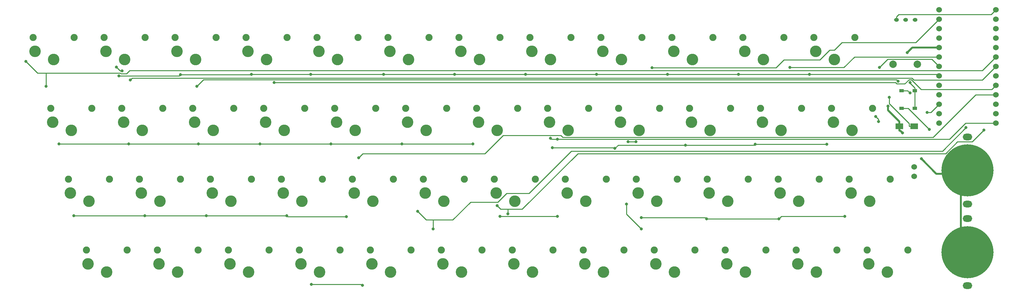
<source format=gbr>
%TF.GenerationSoftware,KiCad,Pcbnew,7.0.1*%
%TF.CreationDate,2023-04-02T20:01:42+09:00*%
%TF.ProjectId,first48,66697273-7434-4382-9e6b-696361645f70,rev?*%
%TF.SameCoordinates,Original*%
%TF.FileFunction,Copper,L1,Top*%
%TF.FilePolarity,Positive*%
%FSLAX46Y46*%
G04 Gerber Fmt 4.6, Leading zero omitted, Abs format (unit mm)*
G04 Created by KiCad (PCBNEW 7.0.1) date 2023-04-02 20:01:42*
%MOMM*%
%LPD*%
G01*
G04 APERTURE LIST*
%TA.AperFunction,WasherPad*%
%ADD10C,1.900000*%
%TD*%
%TA.AperFunction,WasherPad*%
%ADD11C,3.100000*%
%TD*%
%TA.AperFunction,ComponentPad*%
%ADD12C,1.524000*%
%TD*%
%TA.AperFunction,ComponentPad*%
%ADD13O,1.300000X1.000000*%
%TD*%
%TA.AperFunction,SMDPad,CuDef*%
%ADD14R,2.000000X1.600000*%
%TD*%
%TA.AperFunction,ComponentPad*%
%ADD15C,2.000000*%
%TD*%
%TA.AperFunction,ComponentPad*%
%ADD16O,2.550000X1.800000*%
%TD*%
%TA.AperFunction,SMDPad,CuDef*%
%ADD17C,14.000000*%
%TD*%
%TA.AperFunction,SMDPad,CuDef*%
%ADD18R,1.300000X0.950000*%
%TD*%
%TA.AperFunction,ViaPad*%
%ADD19C,0.800000*%
%TD*%
%TA.AperFunction,Conductor*%
%ADD20C,0.250000*%
%TD*%
%TA.AperFunction,Conductor*%
%ADD21C,0.500000*%
%TD*%
G04 APERTURE END LIST*
D10*
%TO.P,SW5,*%
%TO.N,*%
X96893750Y-59531200D03*
D11*
X97393750Y-63231200D03*
X102393750Y-65431200D03*
D10*
X107893750Y-59531200D03*
%TD*%
%TO.P,SW3,*%
%TO.N,*%
X58793750Y-59531200D03*
D11*
X59293750Y-63231200D03*
X64293750Y-65431200D03*
D10*
X69793750Y-59531200D03*
%TD*%
%TO.P,SW25,*%
%TO.N,*%
X30218750Y-97631200D03*
D11*
X30718750Y-101331200D03*
X35718750Y-103531200D03*
D10*
X41218750Y-97631200D03*
%TD*%
%TO.P,SW27,*%
%TO.N,*%
X68318750Y-97631200D03*
D11*
X68818750Y-101331200D03*
X73818750Y-103531200D03*
D10*
X79318750Y-97631200D03*
%TD*%
%TO.P,SW38,*%
%TO.N,*%
X65031250Y-116681200D03*
D11*
X59531250Y-122581200D03*
X54531250Y-120381200D03*
D10*
X54031250Y-116681200D03*
%TD*%
D12*
%TO.P,U1,1,D3/PIN1*%
%TO.N,Col8*%
X263898950Y-54578200D03*
%TO.P,U1,2,D2/PIN2*%
%TO.N,Col9*%
X263898950Y-57118200D03*
%TO.P,U1,3,GND*%
%TO.N,GND*%
X263898950Y-59658200D03*
%TO.P,U1,4,GND*%
X263898950Y-62198200D03*
%TO.P,U1,5,D1/PIN5/SDA*%
%TO.N,Col10*%
X263898950Y-64738200D03*
%TO.P,U1,6,D0/PIN6/SCL*%
%TO.N,Col11*%
X263898950Y-67278200D03*
%TO.P,U1,7,D4/PIN7*%
%TO.N,Row0*%
X263898950Y-69818200D03*
%TO.P,U1,8,C6/PIN8*%
%TO.N,Row1*%
X263898950Y-72358200D03*
%TO.P,U1,9,D7/PIN9*%
%TO.N,Row2*%
X263898950Y-74898200D03*
%TO.P,U1,10,E6/PIN10*%
%TO.N,Row3*%
X263898950Y-77438200D03*
%TO.P,U1,11,B4/PIN11*%
%TO.N,unconnected-(U1-B4{slash}PIN11-Pad11)*%
X263898950Y-79978200D03*
%TO.P,U1,12,B5/PIN12*%
%TO.N,unconnected-(U1-B5{slash}PIN12-Pad12)*%
X263898950Y-82518200D03*
%TO.P,U1,13,B6/PIN13*%
%TO.N,Col7*%
X279118950Y-82518200D03*
%TO.P,U1,14,B2/PIN14*%
%TO.N,Col6*%
X279118950Y-79978200D03*
%TO.P,U1,15,B3/PIN15*%
%TO.N,Col5*%
X279118950Y-77438200D03*
%TO.P,U1,16,B1/PIN16*%
%TO.N,Col4*%
X279118950Y-74898200D03*
%TO.P,U1,17,F7/PIN17*%
%TO.N,Col3*%
X279118950Y-72358200D03*
%TO.P,U1,18,F6/PIN18*%
%TO.N,Col2*%
X279118950Y-69818200D03*
%TO.P,U1,19,F5/PIN19*%
%TO.N,Col1*%
X279118950Y-67278200D03*
%TO.P,U1,20,F4/PIN20*%
%TO.N,Col0*%
X279118950Y-64738200D03*
%TO.P,U1,21,VCC*%
%TO.N,VCC*%
X279118950Y-62198200D03*
%TO.P,U1,22,RST*%
%TO.N,Reset*%
X279118950Y-59658200D03*
%TO.P,U1,23,GND*%
%TO.N,GND*%
X279118950Y-57118200D03*
%TO.P,U1,24,RAW*%
%TO.N,unconnected-(U1-RAW-Pad24)*%
X279118950Y-54578200D03*
%TO.P,U1,25,BAT+*%
%TO.N,Bat*%
X279118950Y-52038200D03*
%TO.P,U1,26,BAT-*%
%TO.N,GND*%
X263898950Y-52038200D03*
%TD*%
D10*
%TO.P,SW19,*%
%TO.N,*%
X150756250Y-78581200D03*
D11*
X145256250Y-84481200D03*
X140256250Y-82281200D03*
D10*
X139756250Y-78581200D03*
%TD*%
%TO.P,SW11,*%
%TO.N,*%
X211193750Y-59531200D03*
D11*
X211693750Y-63231200D03*
X216693750Y-65431200D03*
D10*
X222193750Y-59531200D03*
%TD*%
%TO.P,SW21,*%
%TO.N,*%
X188856250Y-78581200D03*
D11*
X183356250Y-84481200D03*
X178356250Y-82281200D03*
D10*
X177856250Y-78581200D03*
%TD*%
%TO.P,SW7,*%
%TO.N,*%
X134993750Y-59531200D03*
D11*
X135493750Y-63231200D03*
X140493750Y-65431200D03*
D10*
X145993750Y-59531200D03*
%TD*%
D12*
%TO.P,J2,1,Pin_1*%
%TO.N,Bat+*%
X257175050Y-96794000D03*
%TO.P,J2,2,Pin_2*%
%TO.N,Bat-*%
X257175050Y-94254000D03*
%TD*%
D10*
%TO.P,SW10,*%
%TO.N,*%
X192143750Y-59531200D03*
D11*
X192643750Y-63231200D03*
X197643750Y-65431200D03*
D10*
X203143750Y-59531200D03*
%TD*%
%TO.P,SW4,*%
%TO.N,*%
X77843750Y-59531200D03*
D11*
X78343750Y-63231200D03*
X83343750Y-65431200D03*
D10*
X88843750Y-59531200D03*
%TD*%
%TO.P,SW20,*%
%TO.N,*%
X169806250Y-78581200D03*
D11*
X164306250Y-84481200D03*
X159306250Y-82281200D03*
D10*
X158806250Y-78581200D03*
%TD*%
%TO.P,SW6,*%
%TO.N,*%
X115943750Y-59531200D03*
D11*
X116443750Y-63231200D03*
X121443750Y-65431200D03*
D10*
X126943750Y-59531200D03*
%TD*%
D13*
%TO.P,SW50,1,A*%
%TO.N,Bat*%
X252412550Y-54768700D03*
%TO.P,SW50,2,B*%
%TO.N,Net-(D49-K)*%
X254912550Y-54768700D03*
%TO.P,SW50,3,C*%
%TO.N,unconnected-(SW50-C-Pad3)*%
X257412550Y-54768700D03*
%TD*%
D10*
%TO.P,SW16,*%
%TO.N,*%
X93606250Y-78581200D03*
D11*
X88106250Y-84481200D03*
X83106250Y-82281200D03*
D10*
X82606250Y-78581200D03*
%TD*%
D14*
%TO.P,C1,1*%
%TO.N,Bat*%
X257175050Y-83343700D03*
%TO.P,C1,2*%
%TO.N,GND*%
X253175050Y-83343700D03*
%TD*%
D10*
%TO.P,SW14,*%
%TO.N,*%
X44506250Y-78581200D03*
D11*
X45006250Y-82281200D03*
X50006250Y-84481200D03*
D10*
X55506250Y-78581200D03*
%TD*%
%TO.P,SW17,*%
%TO.N,*%
X112656250Y-78581200D03*
D11*
X107156250Y-84481200D03*
X102156250Y-82281200D03*
D10*
X101656250Y-78581200D03*
%TD*%
%TO.P,SW9,*%
%TO.N,*%
X173093750Y-59531200D03*
D11*
X173593750Y-63231200D03*
X178593750Y-65431200D03*
D10*
X184093750Y-59531200D03*
%TD*%
D15*
%TO.P,SW49,1,1*%
%TO.N,Reset*%
X258043750Y-66675000D03*
%TO.P,SW49,2,2*%
%TO.N,GND*%
X251543750Y-66675000D03*
%TD*%
D10*
%TO.P,SW23,*%
%TO.N,*%
X226956250Y-78581200D03*
D11*
X221456250Y-84481200D03*
X216456250Y-82281200D03*
D10*
X215956250Y-78581200D03*
%TD*%
D16*
%TO.P,BT1,1,+*%
%TO.N,Net-(BT1-+)*%
X271462550Y-108206300D03*
X271462550Y-126206300D03*
D17*
%TO.P,BT1,2,-*%
%TO.N,GND*%
X271462550Y-117206300D03*
%TD*%
D10*
%TO.P,SW15,*%
%TO.N,*%
X63556250Y-78581200D03*
D11*
X64056250Y-82281200D03*
X69056250Y-84481200D03*
D10*
X74556250Y-78581200D03*
%TD*%
%TO.P,SW8,*%
%TO.N,*%
X154043750Y-59531200D03*
D11*
X154543750Y-63231200D03*
X159543750Y-65431200D03*
D10*
X165043750Y-59531200D03*
%TD*%
%TO.P,SW18,*%
%TO.N,*%
X131706250Y-78581200D03*
D11*
X126206250Y-84481200D03*
X121206250Y-82281200D03*
D10*
X120706250Y-78581200D03*
%TD*%
%TO.P,SW22,*%
%TO.N,*%
X207906250Y-78581200D03*
D11*
X202406250Y-84481200D03*
X197406250Y-82281200D03*
D10*
X196906250Y-78581200D03*
%TD*%
%TO.P,SW2,*%
%TO.N,*%
X39743750Y-59531200D03*
D11*
X40243750Y-63231200D03*
X45243750Y-65431200D03*
D10*
X50743750Y-59531200D03*
%TD*%
%TO.P,SW33,*%
%TO.N,*%
X182618750Y-97631200D03*
D11*
X183118750Y-101331200D03*
X188118750Y-103531200D03*
D10*
X193618750Y-97631200D03*
%TD*%
D18*
%TO.P,D50,1,K*%
%TO.N,Net-(D49-K)*%
X257331250Y-73818700D03*
%TO.P,D50,2,A*%
%TO.N,Net-(BT2-+)*%
X253781250Y-73818700D03*
%TD*%
D10*
%TO.P,SW31,*%
%TO.N,*%
X144518750Y-97631200D03*
D11*
X145018750Y-101331200D03*
X150018750Y-103531200D03*
D10*
X155518750Y-97631200D03*
%TD*%
%TO.P,SW37,*%
%TO.N,*%
X45981250Y-116681200D03*
D11*
X40481250Y-122581200D03*
X35481250Y-120381200D03*
D10*
X34981250Y-116681200D03*
%TD*%
%TO.P,SW42,*%
%TO.N,*%
X141231250Y-116681200D03*
D11*
X135731250Y-122581200D03*
X130731250Y-120381200D03*
D10*
X130231250Y-116681200D03*
%TD*%
D17*
%TO.P,BT2,2,-*%
%TO.N,GND*%
X271462550Y-95250000D03*
D16*
%TO.P,BT2,1,+*%
%TO.N,Net-(BT2-+)*%
X271462550Y-104250000D03*
X271462550Y-86250000D03*
%TD*%
D10*
%TO.P,SW40,*%
%TO.N,*%
X103131250Y-116681200D03*
D11*
X97631250Y-122581200D03*
X92631250Y-120381200D03*
D10*
X92131250Y-116681200D03*
%TD*%
%TO.P,SW29,*%
%TO.N,*%
X106418750Y-97631200D03*
D11*
X106918750Y-101331200D03*
X111918750Y-103531200D03*
D10*
X117418750Y-97631200D03*
%TD*%
%TO.P,SW48,*%
%TO.N,*%
X255531250Y-116681200D03*
D11*
X250031250Y-122581200D03*
X245031250Y-120381200D03*
D10*
X244531250Y-116681200D03*
%TD*%
%TO.P,SW46,*%
%TO.N,*%
X217431250Y-116681200D03*
D11*
X211931250Y-122581200D03*
X206931250Y-120381200D03*
D10*
X206431250Y-116681200D03*
%TD*%
%TO.P,SW34,*%
%TO.N,*%
X201668750Y-97631200D03*
D11*
X202168750Y-101331200D03*
X207168750Y-103531200D03*
D10*
X212668750Y-97631200D03*
%TD*%
%TO.P,SW24,*%
%TO.N,*%
X246006250Y-78581200D03*
D11*
X240506250Y-84481200D03*
X235506250Y-82281200D03*
D10*
X235006250Y-78581200D03*
%TD*%
%TO.P,SW39,*%
%TO.N,*%
X84081250Y-116681200D03*
D11*
X78581250Y-122581200D03*
X73581250Y-120381200D03*
D10*
X73081250Y-116681200D03*
%TD*%
%TO.P,SW28,*%
%TO.N,*%
X87368750Y-97631200D03*
D11*
X87868750Y-101331200D03*
X92868750Y-103531200D03*
D10*
X98368750Y-97631200D03*
%TD*%
%TO.P,SW13,*%
%TO.N,*%
X25456250Y-78581200D03*
D11*
X25956250Y-82281200D03*
X30956250Y-84481200D03*
D10*
X36456250Y-78581200D03*
%TD*%
%TO.P,SW36,*%
%TO.N,*%
X239768750Y-97631200D03*
D11*
X240268750Y-101331200D03*
X245268750Y-103531200D03*
D10*
X250768750Y-97631200D03*
%TD*%
%TO.P,SW43,*%
%TO.N,*%
X160281250Y-116681200D03*
D11*
X154781250Y-122581200D03*
X149781250Y-120381200D03*
D10*
X149281250Y-116681200D03*
%TD*%
%TO.P,SW26,*%
%TO.N,*%
X49268750Y-97631200D03*
D11*
X49768750Y-101331200D03*
X54768750Y-103531200D03*
D10*
X60268750Y-97631200D03*
%TD*%
%TO.P,SW41,*%
%TO.N,*%
X122181250Y-116681200D03*
D11*
X116681250Y-122581200D03*
X111681250Y-120381200D03*
D10*
X111181250Y-116681200D03*
%TD*%
%TO.P,SW30,*%
%TO.N,*%
X125468750Y-97631200D03*
D11*
X125968750Y-101331200D03*
X130968750Y-103531200D03*
D10*
X136468750Y-97631200D03*
%TD*%
%TO.P,SW35,*%
%TO.N,*%
X220718750Y-97631200D03*
D11*
X221218750Y-101331200D03*
X226218750Y-103531200D03*
D10*
X231718750Y-97631200D03*
%TD*%
%TO.P,SW47,*%
%TO.N,*%
X236481250Y-116681200D03*
D11*
X230981250Y-122581200D03*
X225981250Y-120381200D03*
D10*
X225481250Y-116681200D03*
%TD*%
%TO.P,SW12,*%
%TO.N,*%
X230243750Y-59531200D03*
D11*
X230743750Y-63231200D03*
X235743750Y-65431200D03*
D10*
X241243750Y-59531200D03*
%TD*%
%TO.P,SW45,*%
%TO.N,*%
X198381250Y-116681200D03*
D11*
X192881250Y-122581200D03*
X187881250Y-120381200D03*
D10*
X187381250Y-116681200D03*
%TD*%
%TO.P,SW1,*%
%TO.N,*%
X20693750Y-59531200D03*
D11*
X21193750Y-63231200D03*
X26193750Y-65431200D03*
D10*
X31693750Y-59531200D03*
%TD*%
%TO.P,SW32,*%
%TO.N,*%
X163568750Y-97631200D03*
D11*
X164068750Y-101331200D03*
X169068750Y-103531200D03*
D10*
X174568750Y-97631200D03*
%TD*%
%TO.P,SW44,*%
%TO.N,*%
X179331250Y-116681200D03*
D11*
X173831250Y-122581200D03*
X168831250Y-120381200D03*
D10*
X168331250Y-116681200D03*
%TD*%
D18*
%TO.P,D49,1,K*%
%TO.N,Net-(D49-K)*%
X257331250Y-78581200D03*
%TO.P,D49,2,A*%
%TO.N,Net-(BT1-+)*%
X253781250Y-78581200D03*
%TD*%
D19*
%TO.N,Net-(D49-K)*%
X256083550Y-71589300D03*
%TO.N,Net-(BT2-+)*%
X256062350Y-74433700D03*
%TO.N,Net-(BT1-+)*%
X261252850Y-84240500D03*
%TO.N,Col11*%
X247900850Y-67555000D03*
%TO.N,Col10*%
X223815650Y-67555000D03*
%TO.N,Col8*%
X180368350Y-87544500D03*
X182525050Y-87544500D03*
X179984150Y-104289600D03*
X183979250Y-110982100D03*
X186800850Y-67618600D03*
%TO.N,Col7*%
X159595950Y-86568900D03*
X161472250Y-86851700D03*
%TO.N,Col6*%
X275866550Y-84408100D03*
X148170250Y-106868700D03*
X145219250Y-104691400D03*
%TO.N,Col5*%
X128047850Y-110982100D03*
X271108450Y-83709800D03*
X123914050Y-106212800D03*
%TO.N,Col4*%
X108094350Y-91814600D03*
%TO.N,Col3*%
X85364050Y-71591000D03*
%TO.N,Col2*%
X252843650Y-71231400D03*
X64690050Y-72607100D03*
%TO.N,Col1*%
X46767350Y-70917600D03*
X44565650Y-68495000D03*
X43074450Y-67489500D03*
%TO.N,Col0*%
X18763150Y-65914600D03*
X24175250Y-72607100D03*
%TO.N,GND*%
X255322050Y-63562900D03*
X250147250Y-77926400D03*
X259130250Y-92117800D03*
X254034250Y-85158300D03*
%TO.N,Bat*%
X250521050Y-75551700D03*
%TO.N,Row3*%
X260683350Y-79650400D03*
X109089350Y-126142700D03*
X95396950Y-125852100D03*
%TO.N,Row2*%
X88750350Y-107383200D03*
X201468950Y-108236900D03*
X67163050Y-107394900D03*
X161403150Y-107593800D03*
X146062750Y-107593800D03*
X183961550Y-107922000D03*
X104775050Y-107678200D03*
X50685450Y-107394900D03*
X31630950Y-107394900D03*
X220850050Y-108236900D03*
X238581550Y-107584300D03*
%TO.N,Net-(D24-A)*%
X247641450Y-82134300D03*
X246893350Y-80778100D03*
%TO.N,Row1*%
X100670250Y-88105500D03*
X46351350Y-88105500D03*
X27659250Y-88105500D03*
X81621050Y-88123200D03*
X195798850Y-88408800D03*
X214515150Y-88174700D03*
X233699950Y-88174700D03*
X119716250Y-88105500D03*
X138756350Y-88068400D03*
X160067250Y-89150500D03*
X176834650Y-89323000D03*
X65105250Y-88123200D03*
%TO.N,Row0*%
X60283350Y-69473300D03*
X43751850Y-69808000D03*
X79271250Y-69387600D03*
X114807450Y-69387600D03*
X133859350Y-69387600D03*
X171946250Y-69387600D03*
X191013150Y-69387600D03*
X95250050Y-69387600D03*
X152896250Y-69387600D03*
X210033450Y-69387600D03*
X229096250Y-69387600D03*
%TD*%
D20*
%TO.N,Net-(D49-K)*%
X257331250Y-73818700D02*
X257331250Y-73018600D01*
X256083550Y-71770900D02*
X256083550Y-71589300D01*
X257331250Y-73018600D02*
X256083550Y-71770900D01*
X257331250Y-73818700D02*
X257331250Y-74618800D01*
X257331250Y-78581200D02*
X257331250Y-77781100D01*
X257331250Y-74618800D02*
X257331250Y-77781100D01*
%TO.N,Net-(BT2-+)*%
X253781250Y-73818700D02*
X254756350Y-73818700D01*
X255447350Y-73818700D02*
X256062350Y-74433700D01*
X254756350Y-73818700D02*
X255447350Y-73818700D01*
%TO.N,Net-(BT1-+)*%
X255593550Y-78581200D02*
X261252850Y-84240500D01*
X253781250Y-78581200D02*
X255593550Y-78581200D01*
%TO.N,Col11*%
X250106450Y-65349400D02*
X247900850Y-67555000D01*
X261970150Y-65349400D02*
X250106450Y-65349400D01*
X263898950Y-67278200D02*
X261970150Y-65349400D01*
%TO.N,Col10*%
X238341850Y-67555000D02*
X223815650Y-67555000D01*
X241158650Y-64738200D02*
X238341850Y-67555000D01*
X263898950Y-64738200D02*
X241158650Y-64738200D01*
%TO.N,Col8*%
X179984150Y-106987000D02*
X183979250Y-110982100D01*
X179984150Y-104289600D02*
X179984150Y-106987000D01*
X220070450Y-67618600D02*
X186800850Y-67618600D01*
X222202350Y-65486700D02*
X220070450Y-67618600D01*
X231880250Y-65486700D02*
X222202350Y-65486700D01*
X234501550Y-62865400D02*
X231880250Y-65486700D01*
X235789750Y-62865400D02*
X234501550Y-62865400D01*
X237798750Y-60856400D02*
X235789750Y-62865400D01*
X257620750Y-60856400D02*
X237798750Y-60856400D01*
X263898950Y-54578200D02*
X257620750Y-60856400D01*
X180368350Y-87544500D02*
X182525050Y-87544500D01*
%TO.N,Col7*%
X161472250Y-86810700D02*
X161472250Y-86851700D01*
X159837750Y-86810700D02*
X159595950Y-86568900D01*
X161472250Y-86810700D02*
X159837750Y-86810700D01*
X270968150Y-82518200D02*
X279118950Y-82518200D01*
X266675650Y-86810700D02*
X270968150Y-82518200D01*
X161472250Y-86810700D02*
X266675650Y-86810700D01*
%TO.N,Col6*%
X148170250Y-105654500D02*
X148170250Y-106868700D01*
X146182350Y-105654500D02*
X145219250Y-104691400D01*
X148170250Y-105654500D02*
X146182350Y-105654500D01*
X272743650Y-87531000D02*
X275866550Y-84408100D01*
X268822350Y-87531000D02*
X272743650Y-87531000D01*
X265637850Y-90715500D02*
X268822350Y-87531000D01*
X166897550Y-90715500D02*
X265637850Y-90715500D01*
X151958550Y-105654500D02*
X166897550Y-90715500D01*
X148170250Y-105654500D02*
X151958550Y-105654500D01*
%TO.N,Col5*%
X126234650Y-108533400D02*
X123914050Y-106212800D01*
X128047850Y-108533400D02*
X126234650Y-108533400D01*
X128047850Y-110982100D02*
X128047850Y-108533400D01*
X264770050Y-90048200D02*
X271108450Y-83709800D01*
X165171750Y-90048200D02*
X264770050Y-90048200D01*
X153841350Y-101378600D02*
X165171750Y-90048200D01*
X147772250Y-101378600D02*
X153841350Y-101378600D01*
X145418050Y-103732800D02*
X147772250Y-101378600D01*
X138119650Y-103732800D02*
X145418050Y-103732800D01*
X133319050Y-108533400D02*
X138119650Y-103732800D01*
X128047850Y-108533400D02*
X133319050Y-108533400D01*
%TO.N,Col4*%
X109182950Y-90726000D02*
X108094350Y-91814600D01*
X141975650Y-90726000D02*
X109182950Y-90726000D01*
X146895950Y-85805700D02*
X141975650Y-90726000D01*
X162330750Y-85805700D02*
X146895950Y-85805700D01*
X162881450Y-86356400D02*
X162330750Y-85805700D01*
X262254750Y-86356400D02*
X162881450Y-86356400D01*
X273712950Y-74898200D02*
X262254750Y-86356400D01*
X279118950Y-74898200D02*
X273712950Y-74898200D01*
%TO.N,Col3*%
X278031750Y-73445400D02*
X279118950Y-72358200D01*
X259011250Y-73445400D02*
X278031750Y-73445400D01*
X256404250Y-70838400D02*
X259011250Y-73445400D01*
X255808550Y-70838400D02*
X256404250Y-70838400D01*
X254690450Y-71956500D02*
X255808550Y-70838400D01*
X252543350Y-71956500D02*
X254690450Y-71956500D01*
X252177850Y-71591000D02*
X252543350Y-71956500D01*
X85364050Y-71591000D02*
X252177850Y-71591000D01*
%TO.N,Col2*%
X66458650Y-70838500D02*
X64690050Y-72607100D01*
X252450750Y-70838500D02*
X66458650Y-70838500D01*
X252843650Y-71231400D02*
X252450750Y-70838500D01*
%TO.N,Col1*%
X44079950Y-68495000D02*
X43074450Y-67489500D01*
X44565650Y-68495000D02*
X44079950Y-68495000D01*
X47296650Y-70388300D02*
X46767350Y-70917600D01*
X256590750Y-70388300D02*
X47296650Y-70388300D01*
X257122550Y-70920100D02*
X256590750Y-70388300D01*
X275477050Y-70920100D02*
X257122550Y-70920100D01*
X279118950Y-67278200D02*
X275477050Y-70920100D01*
%TO.N,Col0*%
X21923950Y-69075400D02*
X24175250Y-69075400D01*
X18763150Y-65914600D02*
X21923950Y-69075400D01*
X24175250Y-69075400D02*
X24175250Y-72607100D01*
X44120650Y-69075400D02*
X24175250Y-69075400D01*
X44306550Y-69261300D02*
X44120650Y-69075400D01*
X45779850Y-69261300D02*
X44306550Y-69261300D01*
X46654150Y-68387000D02*
X45779850Y-69261300D01*
X275470150Y-68387000D02*
X46654150Y-68387000D01*
X279118950Y-64738200D02*
X275470150Y-68387000D01*
D21*
%TO.N,GND*%
X250147250Y-79065800D02*
X253175050Y-82093600D01*
X250147250Y-77926400D02*
X250147250Y-79065800D01*
X253175050Y-83343700D02*
X253175050Y-82093600D01*
X253469750Y-84593800D02*
X253175050Y-84593800D01*
X254034250Y-85158300D02*
X253469750Y-84593800D01*
X253175050Y-83343700D02*
X253175050Y-84593800D01*
X269729350Y-115473100D02*
X271462550Y-117206300D01*
X269729350Y-96116600D02*
X269729350Y-115473100D01*
X270595950Y-96116600D02*
X269729350Y-96116600D01*
X271462550Y-95250000D02*
X270595950Y-96116600D01*
X263129050Y-96116600D02*
X259130250Y-92117800D01*
X269729350Y-96116600D02*
X263129050Y-96116600D01*
X256686750Y-62198200D02*
X255322050Y-63562900D01*
X263898950Y-62198200D02*
X256686750Y-62198200D01*
D20*
%TO.N,Bat*%
X257175050Y-83343700D02*
X255849950Y-83343700D01*
X250521050Y-77274700D02*
X250521050Y-75551700D01*
X255849950Y-82603600D02*
X250521050Y-77274700D01*
X255849950Y-83343700D02*
X255849950Y-82603600D01*
X277848950Y-53308200D02*
X279118950Y-52038200D01*
X253047950Y-53308200D02*
X277848950Y-53308200D01*
X252412550Y-53943600D02*
X253047950Y-53308200D01*
X252412550Y-54768700D02*
X252412550Y-53943600D01*
%TO.N,Row3*%
X261686750Y-79650400D02*
X260683350Y-79650400D01*
X263898950Y-77438200D02*
X261686750Y-79650400D01*
X108798750Y-125852100D02*
X95396950Y-125852100D01*
X109089350Y-126142700D02*
X108798750Y-125852100D01*
%TO.N,Row2*%
X89045350Y-107678200D02*
X88750350Y-107383200D01*
X104775050Y-107678200D02*
X89045350Y-107678200D01*
X146062750Y-107593800D02*
X161403150Y-107593800D01*
X67174750Y-107383200D02*
X67163050Y-107394900D01*
X88750350Y-107383200D02*
X67174750Y-107383200D01*
X67163050Y-107394900D02*
X50685450Y-107394900D01*
X50685450Y-107394900D02*
X31630950Y-107394900D01*
X201154050Y-107922000D02*
X201468950Y-108236900D01*
X183961550Y-107922000D02*
X201154050Y-107922000D01*
X220850050Y-108236900D02*
X201468950Y-108236900D01*
X221502650Y-107584300D02*
X220850050Y-108236900D01*
X238581550Y-107584300D02*
X221502650Y-107584300D01*
%TO.N,Net-(D24-A)*%
X247641450Y-81526200D02*
X247641450Y-82134300D01*
X246893350Y-80778100D02*
X247641450Y-81526200D01*
%TO.N,Row1*%
X214515150Y-88174700D02*
X233699950Y-88174700D01*
X100670250Y-88105500D02*
X119716250Y-88105500D01*
X119753350Y-88068400D02*
X138756350Y-88068400D01*
X119716250Y-88105500D02*
X119753350Y-88068400D01*
X176662150Y-89150500D02*
X160067250Y-89150500D01*
X176834650Y-89323000D02*
X176662150Y-89150500D01*
X214281050Y-88408800D02*
X195798850Y-88408800D01*
X214515150Y-88174700D02*
X214281050Y-88408800D01*
X177748850Y-88408800D02*
X176834650Y-89323000D01*
X195798850Y-88408800D02*
X177748850Y-88408800D01*
X81638750Y-88105500D02*
X81621050Y-88123200D01*
X100670250Y-88105500D02*
X81638750Y-88105500D01*
X81621050Y-88123200D02*
X65105250Y-88123200D01*
X27659250Y-88105500D02*
X46351350Y-88105500D01*
X65087550Y-88105500D02*
X65105250Y-88123200D01*
X46351350Y-88105500D02*
X65087550Y-88105500D01*
%TO.N,Row0*%
X59948650Y-69808000D02*
X60283350Y-69473300D01*
X43751850Y-69808000D02*
X59948650Y-69808000D01*
X79185550Y-69473300D02*
X79271250Y-69387600D01*
X60283350Y-69473300D02*
X79185550Y-69473300D01*
X95250050Y-69387600D02*
X79271250Y-69387600D01*
X114807450Y-69387600D02*
X95250050Y-69387600D01*
X114807450Y-69387600D02*
X133859350Y-69387600D01*
X133859350Y-69387600D02*
X152896250Y-69387600D01*
X171946250Y-69387600D02*
X152896250Y-69387600D01*
X171946250Y-69387600D02*
X191013150Y-69387600D01*
X191013150Y-69387600D02*
X210033450Y-69387600D01*
X210033450Y-69387600D02*
X229096250Y-69387600D01*
X263468350Y-69387600D02*
X263898950Y-69818200D01*
X229096250Y-69387600D02*
X263468350Y-69387600D01*
%TD*%
M02*

</source>
